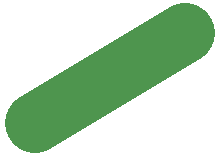
<source format=gbr>
%FSLAX34Y34*%%MOIN*%%ADD10C,0.2*%D10*G01X5000Y3000D01*M02*
</source>
